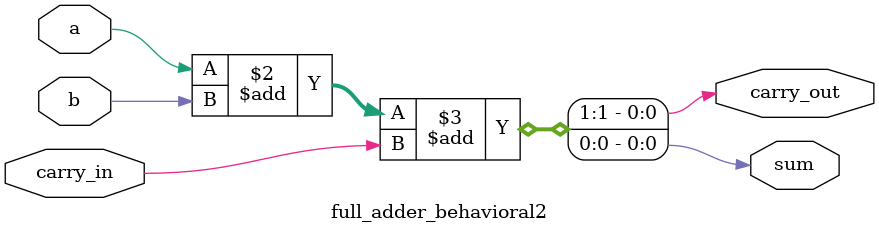
<source format=v>
module full_adder_behavioral2(input a, input b, input carry_in, output reg sum, output reg carry_out);

    //Behavioral style
    always @(*) begin
        {carry_out, sum} = a + b + carry_in;
    end

endmodule
</source>
